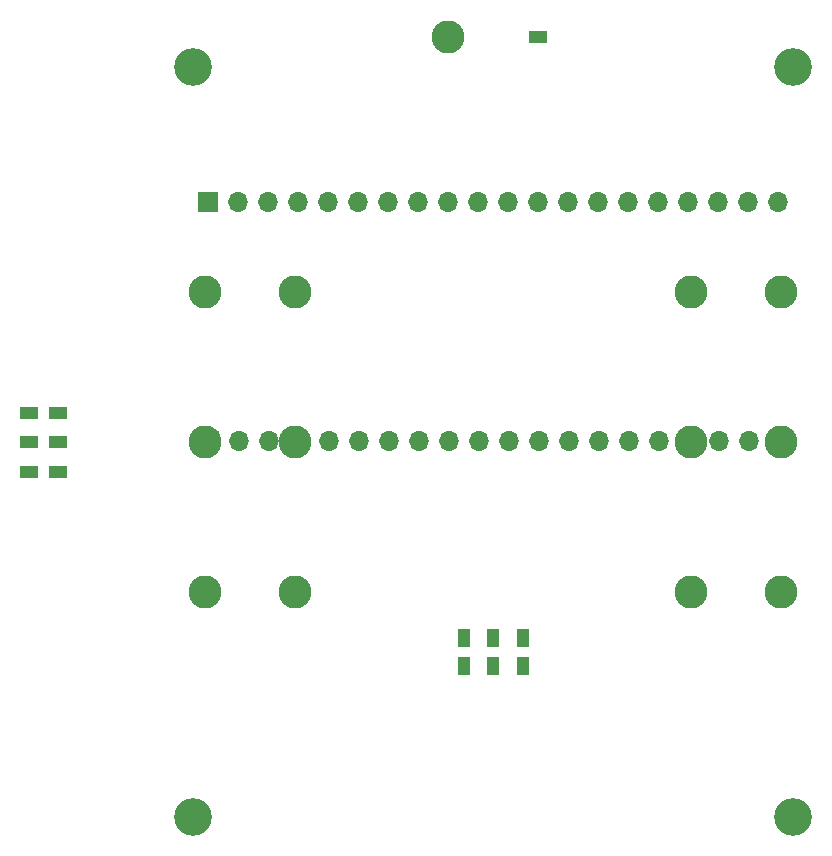
<source format=gbr>
From d9aa01eb65e6581cde34104cd9ef21933fb2ea6a Mon Sep 17 00:00:00 2001
From: Blaise Thompson <blaise@untzag.com>
Date: Tue, 21 Feb 2023 17:48:24 -0600
Subject: update base

---
 base/gerber/base-B_Mask.gbr | 99 ++++++++++++++++++++-------------------------
 1 file changed, 44 insertions(+), 55 deletions(-)

(limited to 'base/gerber/base-B_Mask.gbr')

diff --git a/base/gerber/base-B_Mask.gbr b/base/gerber/base-B_Mask.gbr
index b7bacfd..d505a33 100644
--- a/base/gerber/base-B_Mask.gbr
+++ b/base/gerber/base-B_Mask.gbr
@@ -1,81 +1,70 @@
-%TF.GenerationSoftware,KiCad,Pcbnew,6.0.9+dfsg-1*%
-%TF.CreationDate,2022-11-28T19:22:20-06:00*%
+%TF.GenerationSoftware,KiCad,Pcbnew,6.0.11+dfsg-1*%
+%TF.CreationDate,2023-02-21T17:46:24-06:00*%
 %TF.ProjectId,base,62617365-2e6b-4696-9361-645f70636258,A*%
 %TF.SameCoordinates,Original*%
 %TF.FileFunction,Soldermask,Bot*%
 %TF.FilePolarity,Negative*%
 %FSLAX46Y46*%
 G04 Gerber Fmt 4.6, Leading zero omitted, Abs format (unit mm)*
-G04 Created by KiCad (PCBNEW 6.0.9+dfsg-1) date 2022-11-28 19:22:20*
+G04 Created by KiCad (PCBNEW 6.0.11+dfsg-1) date 2023-02-21 17:46:24*
 %MOMM*%
 %LPD*%
 G01*
 G04 APERTURE LIST*
-%ADD10R,1.600000X1.600000*%
-%ADD11O,1.600000X1.600000*%
+%ADD10R,1.600000X1.000000*%
+%ADD11C,2.794000*%
 %ADD12R,1.700000X1.700000*%
 %ADD13O,1.700000X1.700000*%
 %ADD14C,3.200000*%
-%ADD15R,1.000000X1.600000*%
-%ADD16C,2.794000*%
 G04 APERTURE END LIST*
 D10*
-%TO.C,D5*%
-X130810000Y-67310000D03*
+%TO.C,SW1*%
+X90100000Y-104140000D03*
+X90100000Y-101640000D03*
+X90100000Y-99140000D03*
+X87700000Y-104140000D03*
+X87700000Y-101640000D03*
+X87700000Y-99140000D03*
+%TD*%
 D11*
-X123190000Y-67310000D03*
+%TO.C,BT2*%
+X151384000Y-88900000D03*
+X143764000Y-88900000D03*
+X110236000Y-88900000D03*
+X102616000Y-88900000D03*
+%TD*%
+%TO.C,BT1*%
+X102616000Y-114300000D03*
+X110236000Y-114300000D03*
+X143764000Y-114300000D03*
+X151384000Y-114300000D03*
 %TD*%
 D12*
 %TO.C,J1*%
-X102870000Y-81280000D03*
+X102900000Y-101575000D03*
 D13*
-X105410000Y-81280000D03*
-X107950000Y-81280000D03*
-X110490000Y-81280000D03*
-X113030000Y-81280000D03*
-X115570000Y-81280000D03*
-X118110000Y-81280000D03*
-X120650000Y-81280000D03*
-X123190000Y-81280000D03*
-X125730000Y-81280000D03*
-X128270000Y-81280000D03*
-X130810000Y-81280000D03*
-X133350000Y-81280000D03*
-X135890000Y-81280000D03*
-X138430000Y-81280000D03*
-X140970000Y-81280000D03*
-X143510000Y-81280000D03*
-X146050000Y-81280000D03*
-X148590000Y-81280000D03*
-X151130000Y-81280000D03*
+X105440000Y-101575000D03*
+X107980000Y-101575000D03*
+X110520000Y-101575000D03*
+X113060000Y-101575000D03*
+X115600000Y-101575000D03*
+X118140000Y-101575000D03*
+X120680000Y-101575000D03*
+X123220000Y-101575000D03*
+X125760000Y-101575000D03*
+X128300000Y-101575000D03*
+X130840000Y-101575000D03*
+X133380000Y-101575000D03*
+X135920000Y-101575000D03*
+X138460000Y-101575000D03*
+X141000000Y-101575000D03*
+X143540000Y-101575000D03*
+X146080000Y-101575000D03*
+X148620000Y-101575000D03*
+X151160000Y-101575000D03*
 %TD*%
 D14*
 %TO.C,REF\u002A\u002A*%
-X152400000Y-133350000D03*
-%TD*%
-%TO.C,REF\u002A\u002A*%
 X152400000Y-69850000D03*
 %TD*%
-%TO.C,REF\u002A\u002A*%
-X101600000Y-133350000D03*
-%TD*%
-%TO.C,REF\u002A\u002A*%
-X101600000Y-69850000D03*
-%TD*%
-D15*
-%TO.C,SW1*%
-X129500000Y-118180000D03*
-X127000000Y-118180000D03*
-X124500000Y-118180000D03*
-X129500000Y-120580000D03*
-X127000000Y-120580000D03*
-X124500000Y-120580000D03*
-%TD*%
-D16*
-%TO.C,BT1*%
-X110236000Y-101600000D03*
-X102616000Y-101600000D03*
-X151384000Y-101600000D03*
-X143764000Y-101600000D03*
-%TD*%
 M02*
-- 
cgit v1.2.3


</source>
